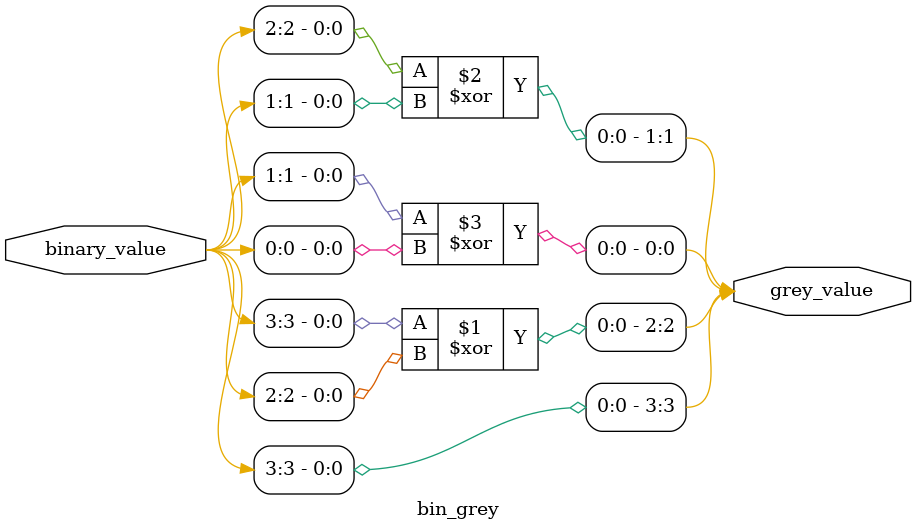
<source format=sv>
module bin_grey (
  input wire [3:0] binary_value,
  output 
   [3:0] grey_value
);
  
  assign grey_value [3] = binary_value[3];
  assign grey_value [2] = binary_value [3] ^ binary_value [2];
  assign grey_value [1] = binary_value [2] ^ binary_value [1];
  assign grey_value [0] = binary_value [1] ^ binary_value [0];
  
endmodule




</source>
